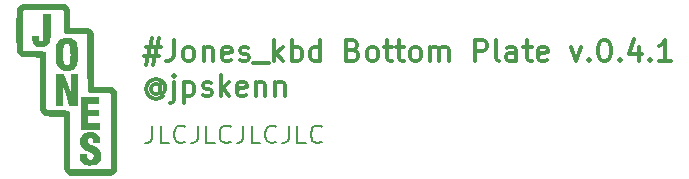
<source format=gto>
%TF.GenerationSoftware,KiCad,Pcbnew,(5.1.10-1-10_14)*%
%TF.CreationDate,2021-07-02T05:57:47+09:00*%
%TF.ProjectId,Jones_plate_bottom,4a6f6e65-735f-4706-9c61-74655f626f74,rev?*%
%TF.SameCoordinates,Original*%
%TF.FileFunction,Legend,Top*%
%TF.FilePolarity,Positive*%
%FSLAX46Y46*%
G04 Gerber Fmt 4.6, Leading zero omitted, Abs format (unit mm)*
G04 Created by KiCad (PCBNEW (5.1.10-1-10_14)) date 2021-07-02 05:57:47*
%MOMM*%
%LPD*%
G01*
G04 APERTURE LIST*
%ADD10C,0.200000*%
%ADD11C,0.300000*%
%ADD12C,0.010000*%
G04 APERTURE END LIST*
D10*
X60571428Y-68778571D02*
X60571428Y-69850000D01*
X60500000Y-70064285D01*
X60357142Y-70207142D01*
X60142857Y-70278571D01*
X60000000Y-70278571D01*
X62000000Y-70278571D02*
X61285714Y-70278571D01*
X61285714Y-68778571D01*
X63357142Y-70135714D02*
X63285714Y-70207142D01*
X63071428Y-70278571D01*
X62928571Y-70278571D01*
X62714285Y-70207142D01*
X62571428Y-70064285D01*
X62500000Y-69921428D01*
X62428571Y-69635714D01*
X62428571Y-69421428D01*
X62500000Y-69135714D01*
X62571428Y-68992857D01*
X62714285Y-68850000D01*
X62928571Y-68778571D01*
X63071428Y-68778571D01*
X63285714Y-68850000D01*
X63357142Y-68921428D01*
X64428571Y-68778571D02*
X64428571Y-69850000D01*
X64357142Y-70064285D01*
X64214285Y-70207142D01*
X64000000Y-70278571D01*
X63857142Y-70278571D01*
X65857142Y-70278571D02*
X65142857Y-70278571D01*
X65142857Y-68778571D01*
X67214285Y-70135714D02*
X67142857Y-70207142D01*
X66928571Y-70278571D01*
X66785714Y-70278571D01*
X66571428Y-70207142D01*
X66428571Y-70064285D01*
X66357142Y-69921428D01*
X66285714Y-69635714D01*
X66285714Y-69421428D01*
X66357142Y-69135714D01*
X66428571Y-68992857D01*
X66571428Y-68850000D01*
X66785714Y-68778571D01*
X66928571Y-68778571D01*
X67142857Y-68850000D01*
X67214285Y-68921428D01*
X68285714Y-68778571D02*
X68285714Y-69850000D01*
X68214285Y-70064285D01*
X68071428Y-70207142D01*
X67857142Y-70278571D01*
X67714285Y-70278571D01*
X69714285Y-70278571D02*
X69000000Y-70278571D01*
X69000000Y-68778571D01*
X71071428Y-70135714D02*
X71000000Y-70207142D01*
X70785714Y-70278571D01*
X70642857Y-70278571D01*
X70428571Y-70207142D01*
X70285714Y-70064285D01*
X70214285Y-69921428D01*
X70142857Y-69635714D01*
X70142857Y-69421428D01*
X70214285Y-69135714D01*
X70285714Y-68992857D01*
X70428571Y-68850000D01*
X70642857Y-68778571D01*
X70785714Y-68778571D01*
X71000000Y-68850000D01*
X71071428Y-68921428D01*
X72142857Y-68778571D02*
X72142857Y-69850000D01*
X72071428Y-70064285D01*
X71928571Y-70207142D01*
X71714285Y-70278571D01*
X71571428Y-70278571D01*
X73571428Y-70278571D02*
X72857142Y-70278571D01*
X72857142Y-68778571D01*
X74928571Y-70135714D02*
X74857142Y-70207142D01*
X74642857Y-70278571D01*
X74500000Y-70278571D01*
X74285714Y-70207142D01*
X74142857Y-70064285D01*
X74071428Y-69921428D01*
X74000000Y-69635714D01*
X74000000Y-69421428D01*
X74071428Y-69135714D01*
X74142857Y-68992857D01*
X74285714Y-68850000D01*
X74500000Y-68778571D01*
X74642857Y-68778571D01*
X74857142Y-68850000D01*
X74928571Y-68921428D01*
D11*
X60037857Y-62114285D02*
X61323571Y-62114285D01*
X60552142Y-61342857D02*
X60037857Y-63657142D01*
X61152142Y-62885714D02*
X59866428Y-62885714D01*
X60637857Y-63657142D02*
X61152142Y-61342857D01*
X62437857Y-61514285D02*
X62437857Y-62800000D01*
X62352142Y-63057142D01*
X62180714Y-63228571D01*
X61923571Y-63314285D01*
X61752142Y-63314285D01*
X63552142Y-63314285D02*
X63380714Y-63228571D01*
X63295000Y-63142857D01*
X63209285Y-62971428D01*
X63209285Y-62457142D01*
X63295000Y-62285714D01*
X63380714Y-62200000D01*
X63552142Y-62114285D01*
X63809285Y-62114285D01*
X63980714Y-62200000D01*
X64066428Y-62285714D01*
X64152142Y-62457142D01*
X64152142Y-62971428D01*
X64066428Y-63142857D01*
X63980714Y-63228571D01*
X63809285Y-63314285D01*
X63552142Y-63314285D01*
X64923571Y-62114285D02*
X64923571Y-63314285D01*
X64923571Y-62285714D02*
X65009285Y-62200000D01*
X65180714Y-62114285D01*
X65437857Y-62114285D01*
X65609285Y-62200000D01*
X65695000Y-62371428D01*
X65695000Y-63314285D01*
X67237857Y-63228571D02*
X67066428Y-63314285D01*
X66723571Y-63314285D01*
X66552142Y-63228571D01*
X66466428Y-63057142D01*
X66466428Y-62371428D01*
X66552142Y-62200000D01*
X66723571Y-62114285D01*
X67066428Y-62114285D01*
X67237857Y-62200000D01*
X67323571Y-62371428D01*
X67323571Y-62542857D01*
X66466428Y-62714285D01*
X68009285Y-63228571D02*
X68180714Y-63314285D01*
X68523571Y-63314285D01*
X68695000Y-63228571D01*
X68780714Y-63057142D01*
X68780714Y-62971428D01*
X68695000Y-62800000D01*
X68523571Y-62714285D01*
X68266428Y-62714285D01*
X68095000Y-62628571D01*
X68009285Y-62457142D01*
X68009285Y-62371428D01*
X68095000Y-62200000D01*
X68266428Y-62114285D01*
X68523571Y-62114285D01*
X68695000Y-62200000D01*
X69123571Y-63485714D02*
X70495000Y-63485714D01*
X70923571Y-63314285D02*
X70923571Y-61514285D01*
X71095000Y-62628571D02*
X71609285Y-63314285D01*
X71609285Y-62114285D02*
X70923571Y-62800000D01*
X72380714Y-63314285D02*
X72380714Y-61514285D01*
X72380714Y-62200000D02*
X72552142Y-62114285D01*
X72895000Y-62114285D01*
X73066428Y-62200000D01*
X73152142Y-62285714D01*
X73237857Y-62457142D01*
X73237857Y-62971428D01*
X73152142Y-63142857D01*
X73066428Y-63228571D01*
X72895000Y-63314285D01*
X72552142Y-63314285D01*
X72380714Y-63228571D01*
X74780714Y-63314285D02*
X74780714Y-61514285D01*
X74780714Y-63228571D02*
X74609285Y-63314285D01*
X74266428Y-63314285D01*
X74095000Y-63228571D01*
X74009285Y-63142857D01*
X73923571Y-62971428D01*
X73923571Y-62457142D01*
X74009285Y-62285714D01*
X74095000Y-62200000D01*
X74266428Y-62114285D01*
X74609285Y-62114285D01*
X74780714Y-62200000D01*
X77609285Y-62371428D02*
X77866428Y-62457142D01*
X77952142Y-62542857D01*
X78037857Y-62714285D01*
X78037857Y-62971428D01*
X77952142Y-63142857D01*
X77866428Y-63228571D01*
X77695000Y-63314285D01*
X77009285Y-63314285D01*
X77009285Y-61514285D01*
X77609285Y-61514285D01*
X77780714Y-61600000D01*
X77866428Y-61685714D01*
X77952142Y-61857142D01*
X77952142Y-62028571D01*
X77866428Y-62200000D01*
X77780714Y-62285714D01*
X77609285Y-62371428D01*
X77009285Y-62371428D01*
X79066428Y-63314285D02*
X78895000Y-63228571D01*
X78809285Y-63142857D01*
X78723571Y-62971428D01*
X78723571Y-62457142D01*
X78809285Y-62285714D01*
X78895000Y-62200000D01*
X79066428Y-62114285D01*
X79323571Y-62114285D01*
X79495000Y-62200000D01*
X79580714Y-62285714D01*
X79666428Y-62457142D01*
X79666428Y-62971428D01*
X79580714Y-63142857D01*
X79495000Y-63228571D01*
X79323571Y-63314285D01*
X79066428Y-63314285D01*
X80180714Y-62114285D02*
X80866428Y-62114285D01*
X80437857Y-61514285D02*
X80437857Y-63057142D01*
X80523571Y-63228571D01*
X80695000Y-63314285D01*
X80866428Y-63314285D01*
X81209285Y-62114285D02*
X81895000Y-62114285D01*
X81466428Y-61514285D02*
X81466428Y-63057142D01*
X81552142Y-63228571D01*
X81723571Y-63314285D01*
X81895000Y-63314285D01*
X82752142Y-63314285D02*
X82580714Y-63228571D01*
X82495000Y-63142857D01*
X82409285Y-62971428D01*
X82409285Y-62457142D01*
X82495000Y-62285714D01*
X82580714Y-62200000D01*
X82752142Y-62114285D01*
X83009285Y-62114285D01*
X83180714Y-62200000D01*
X83266428Y-62285714D01*
X83352142Y-62457142D01*
X83352142Y-62971428D01*
X83266428Y-63142857D01*
X83180714Y-63228571D01*
X83009285Y-63314285D01*
X82752142Y-63314285D01*
X84123571Y-63314285D02*
X84123571Y-62114285D01*
X84123571Y-62285714D02*
X84209285Y-62200000D01*
X84380714Y-62114285D01*
X84637857Y-62114285D01*
X84809285Y-62200000D01*
X84895000Y-62371428D01*
X84895000Y-63314285D01*
X84895000Y-62371428D02*
X84980714Y-62200000D01*
X85152142Y-62114285D01*
X85409285Y-62114285D01*
X85580714Y-62200000D01*
X85666428Y-62371428D01*
X85666428Y-63314285D01*
X87895000Y-63314285D02*
X87895000Y-61514285D01*
X88580714Y-61514285D01*
X88752142Y-61600000D01*
X88837857Y-61685714D01*
X88923571Y-61857142D01*
X88923571Y-62114285D01*
X88837857Y-62285714D01*
X88752142Y-62371428D01*
X88580714Y-62457142D01*
X87895000Y-62457142D01*
X89952142Y-63314285D02*
X89780714Y-63228571D01*
X89695000Y-63057142D01*
X89695000Y-61514285D01*
X91409285Y-63314285D02*
X91409285Y-62371428D01*
X91323571Y-62200000D01*
X91152142Y-62114285D01*
X90809285Y-62114285D01*
X90637857Y-62200000D01*
X91409285Y-63228571D02*
X91237857Y-63314285D01*
X90809285Y-63314285D01*
X90637857Y-63228571D01*
X90552142Y-63057142D01*
X90552142Y-62885714D01*
X90637857Y-62714285D01*
X90809285Y-62628571D01*
X91237857Y-62628571D01*
X91409285Y-62542857D01*
X92009285Y-62114285D02*
X92695000Y-62114285D01*
X92266428Y-61514285D02*
X92266428Y-63057142D01*
X92352142Y-63228571D01*
X92523571Y-63314285D01*
X92695000Y-63314285D01*
X93980714Y-63228571D02*
X93809285Y-63314285D01*
X93466428Y-63314285D01*
X93295000Y-63228571D01*
X93209285Y-63057142D01*
X93209285Y-62371428D01*
X93295000Y-62200000D01*
X93466428Y-62114285D01*
X93809285Y-62114285D01*
X93980714Y-62200000D01*
X94066428Y-62371428D01*
X94066428Y-62542857D01*
X93209285Y-62714285D01*
X96037857Y-62114285D02*
X96466428Y-63314285D01*
X96895000Y-62114285D01*
X97580714Y-63142857D02*
X97666428Y-63228571D01*
X97580714Y-63314285D01*
X97495000Y-63228571D01*
X97580714Y-63142857D01*
X97580714Y-63314285D01*
X98780714Y-61514285D02*
X98952142Y-61514285D01*
X99123571Y-61600000D01*
X99209285Y-61685714D01*
X99295000Y-61857142D01*
X99380714Y-62200000D01*
X99380714Y-62628571D01*
X99295000Y-62971428D01*
X99209285Y-63142857D01*
X99123571Y-63228571D01*
X98952142Y-63314285D01*
X98780714Y-63314285D01*
X98609285Y-63228571D01*
X98523571Y-63142857D01*
X98437857Y-62971428D01*
X98352142Y-62628571D01*
X98352142Y-62200000D01*
X98437857Y-61857142D01*
X98523571Y-61685714D01*
X98609285Y-61600000D01*
X98780714Y-61514285D01*
X100152142Y-63142857D02*
X100237857Y-63228571D01*
X100152142Y-63314285D01*
X100066428Y-63228571D01*
X100152142Y-63142857D01*
X100152142Y-63314285D01*
X101780714Y-62114285D02*
X101780714Y-63314285D01*
X101352142Y-61428571D02*
X100923571Y-62714285D01*
X102037857Y-62714285D01*
X102723571Y-63142857D02*
X102809285Y-63228571D01*
X102723571Y-63314285D01*
X102637857Y-63228571D01*
X102723571Y-63142857D01*
X102723571Y-63314285D01*
X104523571Y-63314285D02*
X103495000Y-63314285D01*
X104009285Y-63314285D02*
X104009285Y-61514285D01*
X103837857Y-61771428D01*
X103666428Y-61942857D01*
X103495000Y-62028571D01*
X61237857Y-65457142D02*
X61152142Y-65371428D01*
X60980714Y-65285714D01*
X60809285Y-65285714D01*
X60637857Y-65371428D01*
X60552142Y-65457142D01*
X60466428Y-65628571D01*
X60466428Y-65800000D01*
X60552142Y-65971428D01*
X60637857Y-66057142D01*
X60809285Y-66142857D01*
X60980714Y-66142857D01*
X61152142Y-66057142D01*
X61237857Y-65971428D01*
X61237857Y-65285714D02*
X61237857Y-65971428D01*
X61323571Y-66057142D01*
X61409285Y-66057142D01*
X61580714Y-65971428D01*
X61666428Y-65800000D01*
X61666428Y-65371428D01*
X61495000Y-65114285D01*
X61237857Y-64942857D01*
X60895000Y-64857142D01*
X60552142Y-64942857D01*
X60295000Y-65114285D01*
X60123571Y-65371428D01*
X60037857Y-65714285D01*
X60123571Y-66057142D01*
X60295000Y-66314285D01*
X60552142Y-66485714D01*
X60895000Y-66571428D01*
X61237857Y-66485714D01*
X61495000Y-66314285D01*
X62437857Y-65114285D02*
X62437857Y-66657142D01*
X62352142Y-66828571D01*
X62180714Y-66914285D01*
X62095000Y-66914285D01*
X62437857Y-64514285D02*
X62352142Y-64600000D01*
X62437857Y-64685714D01*
X62523571Y-64600000D01*
X62437857Y-64514285D01*
X62437857Y-64685714D01*
X63295000Y-65114285D02*
X63295000Y-66914285D01*
X63295000Y-65200000D02*
X63466428Y-65114285D01*
X63809285Y-65114285D01*
X63980714Y-65200000D01*
X64066428Y-65285714D01*
X64152142Y-65457142D01*
X64152142Y-65971428D01*
X64066428Y-66142857D01*
X63980714Y-66228571D01*
X63809285Y-66314285D01*
X63466428Y-66314285D01*
X63295000Y-66228571D01*
X64837857Y-66228571D02*
X65009285Y-66314285D01*
X65352142Y-66314285D01*
X65523571Y-66228571D01*
X65609285Y-66057142D01*
X65609285Y-65971428D01*
X65523571Y-65800000D01*
X65352142Y-65714285D01*
X65095000Y-65714285D01*
X64923571Y-65628571D01*
X64837857Y-65457142D01*
X64837857Y-65371428D01*
X64923571Y-65200000D01*
X65095000Y-65114285D01*
X65352142Y-65114285D01*
X65523571Y-65200000D01*
X66380714Y-66314285D02*
X66380714Y-64514285D01*
X66552142Y-65628571D02*
X67066428Y-66314285D01*
X67066428Y-65114285D02*
X66380714Y-65800000D01*
X68523571Y-66228571D02*
X68352142Y-66314285D01*
X68009285Y-66314285D01*
X67837857Y-66228571D01*
X67752142Y-66057142D01*
X67752142Y-65371428D01*
X67837857Y-65200000D01*
X68009285Y-65114285D01*
X68352142Y-65114285D01*
X68523571Y-65200000D01*
X68609285Y-65371428D01*
X68609285Y-65542857D01*
X67752142Y-65714285D01*
X69380714Y-65114285D02*
X69380714Y-66314285D01*
X69380714Y-65285714D02*
X69466428Y-65200000D01*
X69637857Y-65114285D01*
X69895000Y-65114285D01*
X70066428Y-65200000D01*
X70152142Y-65371428D01*
X70152142Y-66314285D01*
X71009285Y-65114285D02*
X71009285Y-66314285D01*
X71009285Y-65285714D02*
X71095000Y-65200000D01*
X71266428Y-65114285D01*
X71523571Y-65114285D01*
X71695000Y-65200000D01*
X71780714Y-65371428D01*
X71780714Y-66314285D01*
D12*
%TO.C,G\u002A\u002A\u002A*%
G36*
X50810571Y-58486847D02*
G01*
X51062215Y-58487403D01*
X51345455Y-58488198D01*
X51378067Y-58488295D01*
X53037533Y-58493267D01*
X53134844Y-58532562D01*
X53255167Y-58598775D01*
X53358682Y-58690898D01*
X53441053Y-58803355D01*
X53497942Y-58930570D01*
X53520795Y-59028890D01*
X53524275Y-59069824D01*
X53527501Y-59140220D01*
X53530385Y-59235671D01*
X53532836Y-59351774D01*
X53534765Y-59484124D01*
X53536082Y-59628314D01*
X53536696Y-59779942D01*
X53536726Y-59809834D01*
X53537067Y-60482934D01*
X54210167Y-60483274D01*
X54362726Y-60483742D01*
X54508704Y-60484929D01*
X54643694Y-60486746D01*
X54763292Y-60489103D01*
X54863092Y-60491910D01*
X54938691Y-60495078D01*
X54985682Y-60498515D01*
X54991110Y-60499205D01*
X55125539Y-60534903D01*
X55249254Y-60599227D01*
X55356679Y-60687840D01*
X55442238Y-60796406D01*
X55487438Y-60885157D01*
X55526733Y-60982467D01*
X55531326Y-63238182D01*
X55535918Y-65493897D01*
X56301793Y-65498782D01*
X56482816Y-65499973D01*
X56633203Y-65501136D01*
X56756184Y-65502436D01*
X56854990Y-65504039D01*
X56932850Y-65506108D01*
X56992995Y-65508809D01*
X57038654Y-65512307D01*
X57073058Y-65516765D01*
X57099437Y-65522349D01*
X57121022Y-65529224D01*
X57141041Y-65537554D01*
X57150985Y-65542091D01*
X57271828Y-65613852D01*
X57374231Y-65706987D01*
X57428955Y-65778737D01*
X57441416Y-65797447D01*
X57452855Y-65814067D01*
X57463312Y-65830051D01*
X57472830Y-65846849D01*
X57481451Y-65865913D01*
X57489216Y-65888694D01*
X57496167Y-65916646D01*
X57502345Y-65951218D01*
X57507794Y-65993863D01*
X57512554Y-66046033D01*
X57516667Y-66109179D01*
X57520176Y-66184753D01*
X57523121Y-66274207D01*
X57525545Y-66378992D01*
X57527490Y-66500560D01*
X57528996Y-66640362D01*
X57530107Y-66799851D01*
X57530864Y-66980478D01*
X57531308Y-67183695D01*
X57531482Y-67410953D01*
X57531427Y-67663704D01*
X57531185Y-67943400D01*
X57530798Y-68251492D01*
X57530308Y-68589432D01*
X57529756Y-68958672D01*
X57529317Y-69264484D01*
X57524867Y-72463987D01*
X57469425Y-72576601D01*
X57398000Y-72689309D01*
X57304333Y-72788397D01*
X57196678Y-72866020D01*
X57131110Y-72898105D01*
X57033800Y-72937400D01*
X55365867Y-72939955D01*
X55129317Y-72940177D01*
X54901166Y-72940121D01*
X54683846Y-72939802D01*
X54479790Y-72939236D01*
X54291431Y-72938437D01*
X54121201Y-72937422D01*
X53971532Y-72936207D01*
X53844857Y-72934806D01*
X53743607Y-72933236D01*
X53670217Y-72931513D01*
X53627117Y-72929650D01*
X53618016Y-72928732D01*
X53484281Y-72889492D01*
X53361665Y-72822119D01*
X53256163Y-72731124D01*
X53173764Y-72621018D01*
X53150482Y-72576661D01*
X53105267Y-72480200D01*
X53096437Y-67933600D01*
X52363092Y-67933600D01*
X52172811Y-67933477D01*
X52013035Y-67932859D01*
X51880403Y-67931373D01*
X51771556Y-67928646D01*
X51683131Y-67924305D01*
X51611768Y-67917976D01*
X51554106Y-67909287D01*
X51506784Y-67897864D01*
X51466441Y-67883334D01*
X51429716Y-67865325D01*
X51393248Y-67843463D01*
X51361134Y-67822369D01*
X51266751Y-67745460D01*
X51192618Y-67651896D01*
X51133521Y-67536737D01*
X51090200Y-67434067D01*
X51080898Y-62940477D01*
X50332016Y-62934789D01*
X50153040Y-62933387D01*
X50004600Y-62932030D01*
X49883365Y-62930545D01*
X49786004Y-62928757D01*
X49709186Y-62926491D01*
X49649582Y-62923572D01*
X49603860Y-62919825D01*
X49568690Y-62915076D01*
X49540742Y-62909151D01*
X49516684Y-62901873D01*
X49493187Y-62893070D01*
X49486586Y-62890440D01*
X49389658Y-62838423D01*
X49294654Y-62764415D01*
X49213474Y-62678650D01*
X49173672Y-62621303D01*
X49159280Y-62596561D01*
X49146520Y-62572952D01*
X49135292Y-62548389D01*
X49125499Y-62520784D01*
X49117041Y-62488049D01*
X49109820Y-62448098D01*
X49103738Y-62398841D01*
X49098697Y-62338193D01*
X49094598Y-62264065D01*
X49091342Y-62174370D01*
X49088831Y-62067020D01*
X49086967Y-61939928D01*
X49085652Y-61791006D01*
X49084786Y-61618166D01*
X49084271Y-61419322D01*
X49084010Y-61192385D01*
X49083903Y-60935268D01*
X49083865Y-60716600D01*
X49083843Y-60435576D01*
X49083875Y-60344384D01*
X49523841Y-60344384D01*
X49523888Y-60610298D01*
X49523893Y-60707844D01*
X49523875Y-60984101D01*
X49523905Y-61228515D01*
X49524093Y-61443109D01*
X49524547Y-61629907D01*
X49525380Y-61790932D01*
X49526699Y-61928207D01*
X49528616Y-62043757D01*
X49531241Y-62139604D01*
X49534683Y-62217772D01*
X49539052Y-62280285D01*
X49544458Y-62329165D01*
X49551012Y-62366437D01*
X49558823Y-62394123D01*
X49568001Y-62414248D01*
X49578656Y-62428834D01*
X49590898Y-62439905D01*
X49604838Y-62449485D01*
X49619046Y-62458583D01*
X49631584Y-62465554D01*
X49648096Y-62471460D01*
X49671459Y-62476426D01*
X49704547Y-62480575D01*
X49750238Y-62484031D01*
X49811405Y-62486920D01*
X49890925Y-62489366D01*
X49991673Y-62491493D01*
X50116525Y-62493425D01*
X50268357Y-62495286D01*
X50450043Y-62497202D01*
X50530627Y-62498000D01*
X50736948Y-62500224D01*
X50911618Y-62502578D01*
X51056851Y-62505137D01*
X51174864Y-62507974D01*
X51267872Y-62511163D01*
X51338090Y-62514779D01*
X51387733Y-62518896D01*
X51419016Y-62523586D01*
X51432925Y-62528135D01*
X51445310Y-62534674D01*
X51456493Y-62540544D01*
X51466536Y-62547419D01*
X51475500Y-62556973D01*
X51483445Y-62570879D01*
X51490434Y-62590810D01*
X51496527Y-62618442D01*
X51501786Y-62655447D01*
X51506272Y-62703499D01*
X51510046Y-62764272D01*
X51513169Y-62839440D01*
X51515703Y-62930676D01*
X51517710Y-63039654D01*
X51519249Y-63168048D01*
X51520382Y-63317531D01*
X51521172Y-63489778D01*
X51521678Y-63686461D01*
X51521962Y-63909255D01*
X51522085Y-64159834D01*
X51522109Y-64439870D01*
X51522095Y-64751039D01*
X51522095Y-64965193D01*
X51522234Y-65321132D01*
X51522618Y-65650595D01*
X51523242Y-65952911D01*
X51524102Y-66227410D01*
X51525193Y-66473426D01*
X51526510Y-66690287D01*
X51528047Y-66877325D01*
X51529802Y-67033871D01*
X51531768Y-67159255D01*
X51533941Y-67252810D01*
X51536316Y-67313864D01*
X51538889Y-67341751D01*
X51539002Y-67342191D01*
X51563169Y-67396082D01*
X51598318Y-67442645D01*
X51599520Y-67443791D01*
X51643224Y-67484867D01*
X52518179Y-67493334D01*
X52717596Y-67495246D01*
X52885964Y-67497014D01*
X53026096Y-67498950D01*
X53140807Y-67501366D01*
X53232910Y-67504575D01*
X53305220Y-67508889D01*
X53360551Y-67514620D01*
X53401716Y-67522082D01*
X53431530Y-67531586D01*
X53452806Y-67543445D01*
X53468360Y-67557971D01*
X53481004Y-67575477D01*
X53493553Y-67596275D01*
X53496994Y-67602008D01*
X53501413Y-67610310D01*
X53505411Y-67621026D01*
X53509018Y-67635843D01*
X53512262Y-67656451D01*
X53515170Y-67684538D01*
X53517770Y-67721791D01*
X53520090Y-67769901D01*
X53522159Y-67830554D01*
X53524004Y-67905439D01*
X53525653Y-67996246D01*
X53527135Y-68104661D01*
X53528477Y-68232374D01*
X53529706Y-68381072D01*
X53530852Y-68552445D01*
X53531943Y-68748180D01*
X53533005Y-68969967D01*
X53534067Y-69219492D01*
X53535158Y-69498446D01*
X53536304Y-69808515D01*
X53537067Y-70020252D01*
X53545534Y-72386304D01*
X53589951Y-72430718D01*
X53637076Y-72465514D01*
X53689754Y-72488395D01*
X53691551Y-72488842D01*
X53716463Y-72490789D01*
X53772798Y-72492597D01*
X53858110Y-72494249D01*
X53969955Y-72495731D01*
X54105889Y-72497024D01*
X54263467Y-72498113D01*
X54440244Y-72498982D01*
X54633777Y-72499615D01*
X54841621Y-72499995D01*
X55061331Y-72500107D01*
X55290462Y-72499933D01*
X55348934Y-72499843D01*
X55627440Y-72499291D01*
X55873893Y-72498617D01*
X56090103Y-72497792D01*
X56277883Y-72496789D01*
X56439045Y-72495581D01*
X56575401Y-72494139D01*
X56688763Y-72492437D01*
X56780944Y-72490447D01*
X56853755Y-72488141D01*
X56909008Y-72485491D01*
X56948516Y-72482471D01*
X56974091Y-72479052D01*
X56987544Y-72475206D01*
X56988140Y-72474886D01*
X57023706Y-72445055D01*
X57057688Y-72402449D01*
X57060043Y-72398686D01*
X57064065Y-72391508D01*
X57067746Y-72382767D01*
X57071099Y-72370999D01*
X57074142Y-72354738D01*
X57076888Y-72332520D01*
X57079353Y-72302879D01*
X57081553Y-72264352D01*
X57083501Y-72215472D01*
X57085215Y-72154776D01*
X57086708Y-72080799D01*
X57087996Y-71992074D01*
X57089095Y-71887139D01*
X57090019Y-71764527D01*
X57090784Y-71622774D01*
X57091404Y-71460415D01*
X57091896Y-71275985D01*
X57092273Y-71068020D01*
X57092553Y-70835053D01*
X57092749Y-70575622D01*
X57092876Y-70288260D01*
X57092951Y-69971502D01*
X57092988Y-69623885D01*
X57093003Y-69243943D01*
X57093004Y-69223093D01*
X57092991Y-68838599D01*
X57092929Y-68486533D01*
X57092806Y-68165457D01*
X57092609Y-67873931D01*
X57092327Y-67610517D01*
X57091948Y-67373776D01*
X57091459Y-67162269D01*
X57090848Y-66974559D01*
X57090103Y-66809206D01*
X57089212Y-66664771D01*
X57088164Y-66539815D01*
X57086946Y-66432901D01*
X57085546Y-66342590D01*
X57083951Y-66267442D01*
X57082151Y-66206018D01*
X57080132Y-66156882D01*
X57077883Y-66118593D01*
X57075392Y-66089712D01*
X57072647Y-66068802D01*
X57069635Y-66054424D01*
X57066358Y-66045168D01*
X57054744Y-66021414D01*
X57042438Y-66001363D01*
X57026647Y-65984701D01*
X57004578Y-65971115D01*
X56973437Y-65960291D01*
X56930431Y-65951915D01*
X56872765Y-65945673D01*
X56797647Y-65941251D01*
X56702282Y-65938336D01*
X56583877Y-65936614D01*
X56439639Y-65935771D01*
X56266774Y-65935493D01*
X56089712Y-65935467D01*
X55252342Y-65935467D01*
X55195051Y-65896859D01*
X55152143Y-65861108D01*
X55120159Y-65822719D01*
X55116596Y-65816425D01*
X55113484Y-65803601D01*
X55110661Y-65777078D01*
X55108115Y-65735444D01*
X55105832Y-65677286D01*
X55103799Y-65601190D01*
X55102003Y-65505744D01*
X55100430Y-65389535D01*
X55099067Y-65251148D01*
X55097900Y-65089172D01*
X55096917Y-64902193D01*
X55096103Y-64688798D01*
X55095446Y-64447574D01*
X55094933Y-64177108D01*
X55094549Y-63875987D01*
X55094282Y-63542797D01*
X55094227Y-63446267D01*
X55093973Y-63097201D01*
X55093583Y-62780736D01*
X55093045Y-62495607D01*
X55092347Y-62240548D01*
X55091478Y-62014293D01*
X55090428Y-61815577D01*
X55089184Y-61643134D01*
X55087736Y-61495700D01*
X55086071Y-61372008D01*
X55084179Y-61270793D01*
X55082048Y-61190790D01*
X55079666Y-61130733D01*
X55077024Y-61089356D01*
X55074108Y-61065395D01*
X55072811Y-61060253D01*
X55044700Y-61009375D01*
X55005243Y-60967437D01*
X55004818Y-60967120D01*
X54993357Y-60959246D01*
X54980060Y-60952597D01*
X54962062Y-60947036D01*
X54936499Y-60942427D01*
X54900506Y-60938636D01*
X54851220Y-60935525D01*
X54785775Y-60932960D01*
X54701307Y-60930805D01*
X54594951Y-60928924D01*
X54463843Y-60927180D01*
X54305119Y-60925440D01*
X54115914Y-60923565D01*
X54078081Y-60923200D01*
X53199128Y-60914734D01*
X53105267Y-60820873D01*
X53096800Y-59944161D01*
X53094843Y-59748424D01*
X53092990Y-59583701D01*
X53091118Y-59447136D01*
X53089106Y-59335878D01*
X53086833Y-59247072D01*
X53084176Y-59177866D01*
X53081014Y-59125407D01*
X53077225Y-59086840D01*
X53072687Y-59059313D01*
X53067279Y-59039972D01*
X53060879Y-59025965D01*
X53057383Y-59020243D01*
X53047405Y-59004669D01*
X53037772Y-58990892D01*
X53026460Y-58978802D01*
X53011445Y-58968288D01*
X52990704Y-58959242D01*
X52962214Y-58951552D01*
X52923950Y-58945110D01*
X52873891Y-58939804D01*
X52810012Y-58935526D01*
X52730289Y-58932165D01*
X52632700Y-58929610D01*
X52515221Y-58927753D01*
X52375828Y-58926484D01*
X52212498Y-58925691D01*
X52023208Y-58925266D01*
X51805933Y-58925098D01*
X51558652Y-58925077D01*
X51306644Y-58925093D01*
X51036478Y-58925129D01*
X50798106Y-58925251D01*
X50589455Y-58925497D01*
X50408453Y-58925903D01*
X50253027Y-58926506D01*
X50121104Y-58927344D01*
X50010612Y-58928453D01*
X49919478Y-58929870D01*
X49845630Y-58931631D01*
X49786994Y-58933775D01*
X49741498Y-58936337D01*
X49707069Y-58939355D01*
X49681636Y-58942865D01*
X49663124Y-58946905D01*
X49649462Y-58951512D01*
X49642400Y-58954726D01*
X49623029Y-58963831D01*
X49605886Y-58971972D01*
X49590837Y-58981157D01*
X49577744Y-58993396D01*
X49566472Y-59010697D01*
X49556886Y-59035070D01*
X49548850Y-59068522D01*
X49542227Y-59113064D01*
X49536883Y-59170703D01*
X49532680Y-59243448D01*
X49529484Y-59333309D01*
X49527159Y-59442293D01*
X49525569Y-59572411D01*
X49524578Y-59725670D01*
X49524050Y-59904079D01*
X49523850Y-60109648D01*
X49523841Y-60344384D01*
X49083875Y-60344384D01*
X49083931Y-60186318D01*
X49084212Y-59966728D01*
X49084773Y-59774705D01*
X49085696Y-59608150D01*
X49087068Y-59464963D01*
X49088972Y-59343044D01*
X49091494Y-59240293D01*
X49094717Y-59154612D01*
X49098727Y-59083899D01*
X49103609Y-59026056D01*
X49109447Y-58978982D01*
X49116325Y-58940578D01*
X49124328Y-58908744D01*
X49133542Y-58881380D01*
X49144050Y-58856387D01*
X49155938Y-58831665D01*
X49160216Y-58823131D01*
X49206498Y-58752926D01*
X49273060Y-58678818D01*
X49349421Y-58611061D01*
X49425095Y-58559910D01*
X49434296Y-58555036D01*
X49457847Y-58543564D01*
X49482263Y-58533386D01*
X49509593Y-58524432D01*
X49541886Y-58516632D01*
X49581190Y-58509915D01*
X49629554Y-58504211D01*
X49689026Y-58499449D01*
X49761657Y-58495560D01*
X49849493Y-58492472D01*
X49954585Y-58490116D01*
X50078980Y-58488422D01*
X50224727Y-58487318D01*
X50393876Y-58486734D01*
X50588474Y-58486601D01*
X50810571Y-58486847D01*
G37*
X50810571Y-58486847D02*
X51062215Y-58487403D01*
X51345455Y-58488198D01*
X51378067Y-58488295D01*
X53037533Y-58493267D01*
X53134844Y-58532562D01*
X53255167Y-58598775D01*
X53358682Y-58690898D01*
X53441053Y-58803355D01*
X53497942Y-58930570D01*
X53520795Y-59028890D01*
X53524275Y-59069824D01*
X53527501Y-59140220D01*
X53530385Y-59235671D01*
X53532836Y-59351774D01*
X53534765Y-59484124D01*
X53536082Y-59628314D01*
X53536696Y-59779942D01*
X53536726Y-59809834D01*
X53537067Y-60482934D01*
X54210167Y-60483274D01*
X54362726Y-60483742D01*
X54508704Y-60484929D01*
X54643694Y-60486746D01*
X54763292Y-60489103D01*
X54863092Y-60491910D01*
X54938691Y-60495078D01*
X54985682Y-60498515D01*
X54991110Y-60499205D01*
X55125539Y-60534903D01*
X55249254Y-60599227D01*
X55356679Y-60687840D01*
X55442238Y-60796406D01*
X55487438Y-60885157D01*
X55526733Y-60982467D01*
X55531326Y-63238182D01*
X55535918Y-65493897D01*
X56301793Y-65498782D01*
X56482816Y-65499973D01*
X56633203Y-65501136D01*
X56756184Y-65502436D01*
X56854990Y-65504039D01*
X56932850Y-65506108D01*
X56992995Y-65508809D01*
X57038654Y-65512307D01*
X57073058Y-65516765D01*
X57099437Y-65522349D01*
X57121022Y-65529224D01*
X57141041Y-65537554D01*
X57150985Y-65542091D01*
X57271828Y-65613852D01*
X57374231Y-65706987D01*
X57428955Y-65778737D01*
X57441416Y-65797447D01*
X57452855Y-65814067D01*
X57463312Y-65830051D01*
X57472830Y-65846849D01*
X57481451Y-65865913D01*
X57489216Y-65888694D01*
X57496167Y-65916646D01*
X57502345Y-65951218D01*
X57507794Y-65993863D01*
X57512554Y-66046033D01*
X57516667Y-66109179D01*
X57520176Y-66184753D01*
X57523121Y-66274207D01*
X57525545Y-66378992D01*
X57527490Y-66500560D01*
X57528996Y-66640362D01*
X57530107Y-66799851D01*
X57530864Y-66980478D01*
X57531308Y-67183695D01*
X57531482Y-67410953D01*
X57531427Y-67663704D01*
X57531185Y-67943400D01*
X57530798Y-68251492D01*
X57530308Y-68589432D01*
X57529756Y-68958672D01*
X57529317Y-69264484D01*
X57524867Y-72463987D01*
X57469425Y-72576601D01*
X57398000Y-72689309D01*
X57304333Y-72788397D01*
X57196678Y-72866020D01*
X57131110Y-72898105D01*
X57033800Y-72937400D01*
X55365867Y-72939955D01*
X55129317Y-72940177D01*
X54901166Y-72940121D01*
X54683846Y-72939802D01*
X54479790Y-72939236D01*
X54291431Y-72938437D01*
X54121201Y-72937422D01*
X53971532Y-72936207D01*
X53844857Y-72934806D01*
X53743607Y-72933236D01*
X53670217Y-72931513D01*
X53627117Y-72929650D01*
X53618016Y-72928732D01*
X53484281Y-72889492D01*
X53361665Y-72822119D01*
X53256163Y-72731124D01*
X53173764Y-72621018D01*
X53150482Y-72576661D01*
X53105267Y-72480200D01*
X53096437Y-67933600D01*
X52363092Y-67933600D01*
X52172811Y-67933477D01*
X52013035Y-67932859D01*
X51880403Y-67931373D01*
X51771556Y-67928646D01*
X51683131Y-67924305D01*
X51611768Y-67917976D01*
X51554106Y-67909287D01*
X51506784Y-67897864D01*
X51466441Y-67883334D01*
X51429716Y-67865325D01*
X51393248Y-67843463D01*
X51361134Y-67822369D01*
X51266751Y-67745460D01*
X51192618Y-67651896D01*
X51133521Y-67536737D01*
X51090200Y-67434067D01*
X51080898Y-62940477D01*
X50332016Y-62934789D01*
X50153040Y-62933387D01*
X50004600Y-62932030D01*
X49883365Y-62930545D01*
X49786004Y-62928757D01*
X49709186Y-62926491D01*
X49649582Y-62923572D01*
X49603860Y-62919825D01*
X49568690Y-62915076D01*
X49540742Y-62909151D01*
X49516684Y-62901873D01*
X49493187Y-62893070D01*
X49486586Y-62890440D01*
X49389658Y-62838423D01*
X49294654Y-62764415D01*
X49213474Y-62678650D01*
X49173672Y-62621303D01*
X49159280Y-62596561D01*
X49146520Y-62572952D01*
X49135292Y-62548389D01*
X49125499Y-62520784D01*
X49117041Y-62488049D01*
X49109820Y-62448098D01*
X49103738Y-62398841D01*
X49098697Y-62338193D01*
X49094598Y-62264065D01*
X49091342Y-62174370D01*
X49088831Y-62067020D01*
X49086967Y-61939928D01*
X49085652Y-61791006D01*
X49084786Y-61618166D01*
X49084271Y-61419322D01*
X49084010Y-61192385D01*
X49083903Y-60935268D01*
X49083865Y-60716600D01*
X49083843Y-60435576D01*
X49083875Y-60344384D01*
X49523841Y-60344384D01*
X49523888Y-60610298D01*
X49523893Y-60707844D01*
X49523875Y-60984101D01*
X49523905Y-61228515D01*
X49524093Y-61443109D01*
X49524547Y-61629907D01*
X49525380Y-61790932D01*
X49526699Y-61928207D01*
X49528616Y-62043757D01*
X49531241Y-62139604D01*
X49534683Y-62217772D01*
X49539052Y-62280285D01*
X49544458Y-62329165D01*
X49551012Y-62366437D01*
X49558823Y-62394123D01*
X49568001Y-62414248D01*
X49578656Y-62428834D01*
X49590898Y-62439905D01*
X49604838Y-62449485D01*
X49619046Y-62458583D01*
X49631584Y-62465554D01*
X49648096Y-62471460D01*
X49671459Y-62476426D01*
X49704547Y-62480575D01*
X49750238Y-62484031D01*
X49811405Y-62486920D01*
X49890925Y-62489366D01*
X49991673Y-62491493D01*
X50116525Y-62493425D01*
X50268357Y-62495286D01*
X50450043Y-62497202D01*
X50530627Y-62498000D01*
X50736948Y-62500224D01*
X50911618Y-62502578D01*
X51056851Y-62505137D01*
X51174864Y-62507974D01*
X51267872Y-62511163D01*
X51338090Y-62514779D01*
X51387733Y-62518896D01*
X51419016Y-62523586D01*
X51432925Y-62528135D01*
X51445310Y-62534674D01*
X51456493Y-62540544D01*
X51466536Y-62547419D01*
X51475500Y-62556973D01*
X51483445Y-62570879D01*
X51490434Y-62590810D01*
X51496527Y-62618442D01*
X51501786Y-62655447D01*
X51506272Y-62703499D01*
X51510046Y-62764272D01*
X51513169Y-62839440D01*
X51515703Y-62930676D01*
X51517710Y-63039654D01*
X51519249Y-63168048D01*
X51520382Y-63317531D01*
X51521172Y-63489778D01*
X51521678Y-63686461D01*
X51521962Y-63909255D01*
X51522085Y-64159834D01*
X51522109Y-64439870D01*
X51522095Y-64751039D01*
X51522095Y-64965193D01*
X51522234Y-65321132D01*
X51522618Y-65650595D01*
X51523242Y-65952911D01*
X51524102Y-66227410D01*
X51525193Y-66473426D01*
X51526510Y-66690287D01*
X51528047Y-66877325D01*
X51529802Y-67033871D01*
X51531768Y-67159255D01*
X51533941Y-67252810D01*
X51536316Y-67313864D01*
X51538889Y-67341751D01*
X51539002Y-67342191D01*
X51563169Y-67396082D01*
X51598318Y-67442645D01*
X51599520Y-67443791D01*
X51643224Y-67484867D01*
X52518179Y-67493334D01*
X52717596Y-67495246D01*
X52885964Y-67497014D01*
X53026096Y-67498950D01*
X53140807Y-67501366D01*
X53232910Y-67504575D01*
X53305220Y-67508889D01*
X53360551Y-67514620D01*
X53401716Y-67522082D01*
X53431530Y-67531586D01*
X53452806Y-67543445D01*
X53468360Y-67557971D01*
X53481004Y-67575477D01*
X53493553Y-67596275D01*
X53496994Y-67602008D01*
X53501413Y-67610310D01*
X53505411Y-67621026D01*
X53509018Y-67635843D01*
X53512262Y-67656451D01*
X53515170Y-67684538D01*
X53517770Y-67721791D01*
X53520090Y-67769901D01*
X53522159Y-67830554D01*
X53524004Y-67905439D01*
X53525653Y-67996246D01*
X53527135Y-68104661D01*
X53528477Y-68232374D01*
X53529706Y-68381072D01*
X53530852Y-68552445D01*
X53531943Y-68748180D01*
X53533005Y-68969967D01*
X53534067Y-69219492D01*
X53535158Y-69498446D01*
X53536304Y-69808515D01*
X53537067Y-70020252D01*
X53545534Y-72386304D01*
X53589951Y-72430718D01*
X53637076Y-72465514D01*
X53689754Y-72488395D01*
X53691551Y-72488842D01*
X53716463Y-72490789D01*
X53772798Y-72492597D01*
X53858110Y-72494249D01*
X53969955Y-72495731D01*
X54105889Y-72497024D01*
X54263467Y-72498113D01*
X54440244Y-72498982D01*
X54633777Y-72499615D01*
X54841621Y-72499995D01*
X55061331Y-72500107D01*
X55290462Y-72499933D01*
X55348934Y-72499843D01*
X55627440Y-72499291D01*
X55873893Y-72498617D01*
X56090103Y-72497792D01*
X56277883Y-72496789D01*
X56439045Y-72495581D01*
X56575401Y-72494139D01*
X56688763Y-72492437D01*
X56780944Y-72490447D01*
X56853755Y-72488141D01*
X56909008Y-72485491D01*
X56948516Y-72482471D01*
X56974091Y-72479052D01*
X56987544Y-72475206D01*
X56988140Y-72474886D01*
X57023706Y-72445055D01*
X57057688Y-72402449D01*
X57060043Y-72398686D01*
X57064065Y-72391508D01*
X57067746Y-72382767D01*
X57071099Y-72370999D01*
X57074142Y-72354738D01*
X57076888Y-72332520D01*
X57079353Y-72302879D01*
X57081553Y-72264352D01*
X57083501Y-72215472D01*
X57085215Y-72154776D01*
X57086708Y-72080799D01*
X57087996Y-71992074D01*
X57089095Y-71887139D01*
X57090019Y-71764527D01*
X57090784Y-71622774D01*
X57091404Y-71460415D01*
X57091896Y-71275985D01*
X57092273Y-71068020D01*
X57092553Y-70835053D01*
X57092749Y-70575622D01*
X57092876Y-70288260D01*
X57092951Y-69971502D01*
X57092988Y-69623885D01*
X57093003Y-69243943D01*
X57093004Y-69223093D01*
X57092991Y-68838599D01*
X57092929Y-68486533D01*
X57092806Y-68165457D01*
X57092609Y-67873931D01*
X57092327Y-67610517D01*
X57091948Y-67373776D01*
X57091459Y-67162269D01*
X57090848Y-66974559D01*
X57090103Y-66809206D01*
X57089212Y-66664771D01*
X57088164Y-66539815D01*
X57086946Y-66432901D01*
X57085546Y-66342590D01*
X57083951Y-66267442D01*
X57082151Y-66206018D01*
X57080132Y-66156882D01*
X57077883Y-66118593D01*
X57075392Y-66089712D01*
X57072647Y-66068802D01*
X57069635Y-66054424D01*
X57066358Y-66045168D01*
X57054744Y-66021414D01*
X57042438Y-66001363D01*
X57026647Y-65984701D01*
X57004578Y-65971115D01*
X56973437Y-65960291D01*
X56930431Y-65951915D01*
X56872765Y-65945673D01*
X56797647Y-65941251D01*
X56702282Y-65938336D01*
X56583877Y-65936614D01*
X56439639Y-65935771D01*
X56266774Y-65935493D01*
X56089712Y-65935467D01*
X55252342Y-65935467D01*
X55195051Y-65896859D01*
X55152143Y-65861108D01*
X55120159Y-65822719D01*
X55116596Y-65816425D01*
X55113484Y-65803601D01*
X55110661Y-65777078D01*
X55108115Y-65735444D01*
X55105832Y-65677286D01*
X55103799Y-65601190D01*
X55102003Y-65505744D01*
X55100430Y-65389535D01*
X55099067Y-65251148D01*
X55097900Y-65089172D01*
X55096917Y-64902193D01*
X55096103Y-64688798D01*
X55095446Y-64447574D01*
X55094933Y-64177108D01*
X55094549Y-63875987D01*
X55094282Y-63542797D01*
X55094227Y-63446267D01*
X55093973Y-63097201D01*
X55093583Y-62780736D01*
X55093045Y-62495607D01*
X55092347Y-62240548D01*
X55091478Y-62014293D01*
X55090428Y-61815577D01*
X55089184Y-61643134D01*
X55087736Y-61495700D01*
X55086071Y-61372008D01*
X55084179Y-61270793D01*
X55082048Y-61190790D01*
X55079666Y-61130733D01*
X55077024Y-61089356D01*
X55074108Y-61065395D01*
X55072811Y-61060253D01*
X55044700Y-61009375D01*
X55005243Y-60967437D01*
X55004818Y-60967120D01*
X54993357Y-60959246D01*
X54980060Y-60952597D01*
X54962062Y-60947036D01*
X54936499Y-60942427D01*
X54900506Y-60938636D01*
X54851220Y-60935525D01*
X54785775Y-60932960D01*
X54701307Y-60930805D01*
X54594951Y-60928924D01*
X54463843Y-60927180D01*
X54305119Y-60925440D01*
X54115914Y-60923565D01*
X54078081Y-60923200D01*
X53199128Y-60914734D01*
X53105267Y-60820873D01*
X53096800Y-59944161D01*
X53094843Y-59748424D01*
X53092990Y-59583701D01*
X53091118Y-59447136D01*
X53089106Y-59335878D01*
X53086833Y-59247072D01*
X53084176Y-59177866D01*
X53081014Y-59125407D01*
X53077225Y-59086840D01*
X53072687Y-59059313D01*
X53067279Y-59039972D01*
X53060879Y-59025965D01*
X53057383Y-59020243D01*
X53047405Y-59004669D01*
X53037772Y-58990892D01*
X53026460Y-58978802D01*
X53011445Y-58968288D01*
X52990704Y-58959242D01*
X52962214Y-58951552D01*
X52923950Y-58945110D01*
X52873891Y-58939804D01*
X52810012Y-58935526D01*
X52730289Y-58932165D01*
X52632700Y-58929610D01*
X52515221Y-58927753D01*
X52375828Y-58926484D01*
X52212498Y-58925691D01*
X52023208Y-58925266D01*
X51805933Y-58925098D01*
X51558652Y-58925077D01*
X51306644Y-58925093D01*
X51036478Y-58925129D01*
X50798106Y-58925251D01*
X50589455Y-58925497D01*
X50408453Y-58925903D01*
X50253027Y-58926506D01*
X50121104Y-58927344D01*
X50010612Y-58928453D01*
X49919478Y-58929870D01*
X49845630Y-58931631D01*
X49786994Y-58933775D01*
X49741498Y-58936337D01*
X49707069Y-58939355D01*
X49681636Y-58942865D01*
X49663124Y-58946905D01*
X49649462Y-58951512D01*
X49642400Y-58954726D01*
X49623029Y-58963831D01*
X49605886Y-58971972D01*
X49590837Y-58981157D01*
X49577744Y-58993396D01*
X49566472Y-59010697D01*
X49556886Y-59035070D01*
X49548850Y-59068522D01*
X49542227Y-59113064D01*
X49536883Y-59170703D01*
X49532680Y-59243448D01*
X49529484Y-59333309D01*
X49527159Y-59442293D01*
X49525569Y-59572411D01*
X49524578Y-59725670D01*
X49524050Y-59904079D01*
X49523850Y-60109648D01*
X49523841Y-60344384D01*
X49083875Y-60344384D01*
X49083931Y-60186318D01*
X49084212Y-59966728D01*
X49084773Y-59774705D01*
X49085696Y-59608150D01*
X49087068Y-59464963D01*
X49088972Y-59343044D01*
X49091494Y-59240293D01*
X49094717Y-59154612D01*
X49098727Y-59083899D01*
X49103609Y-59026056D01*
X49109447Y-58978982D01*
X49116325Y-58940578D01*
X49124328Y-58908744D01*
X49133542Y-58881380D01*
X49144050Y-58856387D01*
X49155938Y-58831665D01*
X49160216Y-58823131D01*
X49206498Y-58752926D01*
X49273060Y-58678818D01*
X49349421Y-58611061D01*
X49425095Y-58559910D01*
X49434296Y-58555036D01*
X49457847Y-58543564D01*
X49482263Y-58533386D01*
X49509593Y-58524432D01*
X49541886Y-58516632D01*
X49581190Y-58509915D01*
X49629554Y-58504211D01*
X49689026Y-58499449D01*
X49761657Y-58495560D01*
X49849493Y-58492472D01*
X49954585Y-58490116D01*
X50078980Y-58488422D01*
X50224727Y-58487318D01*
X50393876Y-58486734D01*
X50588474Y-58486601D01*
X50810571Y-58486847D01*
G36*
X55477465Y-69367911D02*
G01*
X55641348Y-69402999D01*
X55782154Y-69461527D01*
X55899201Y-69543153D01*
X55991803Y-69647535D01*
X56039741Y-69729849D01*
X56062016Y-69791243D01*
X56082392Y-69874629D01*
X56098633Y-69968133D01*
X56108505Y-70059882D01*
X56110411Y-70105300D01*
X56110933Y-70151867D01*
X55590363Y-70151867D01*
X55578600Y-70062967D01*
X55554755Y-69955180D01*
X55515737Y-69868673D01*
X55463961Y-69808347D01*
X55447452Y-69796782D01*
X55374814Y-69769234D01*
X55291510Y-69763475D01*
X55206848Y-69777399D01*
X55130133Y-69808902D01*
X55070672Y-69855878D01*
X55049032Y-69886901D01*
X55026175Y-69958401D01*
X55019353Y-70045956D01*
X55028117Y-70136037D01*
X55052016Y-70215113D01*
X55060499Y-70231926D01*
X55084144Y-70265847D01*
X55118117Y-70298999D01*
X55166006Y-70333464D01*
X55231395Y-70371318D01*
X55317872Y-70414642D01*
X55429022Y-70465513D01*
X55566063Y-70525002D01*
X55729856Y-70599957D01*
X55863108Y-70673121D01*
X55968812Y-70747461D01*
X56049958Y-70825947D01*
X56109537Y-70911548D01*
X56150539Y-71007233D01*
X56175956Y-71115971D01*
X56178529Y-71133030D01*
X56188049Y-71270852D01*
X56179853Y-71411901D01*
X56155521Y-71547439D01*
X56116633Y-71668732D01*
X56064768Y-71767043D01*
X56063543Y-71768810D01*
X55978142Y-71862862D01*
X55866014Y-71941580D01*
X55731185Y-72003808D01*
X55577682Y-72048392D01*
X55409533Y-72074177D01*
X55230764Y-72080008D01*
X55045404Y-72064729D01*
X55036272Y-72063424D01*
X54875591Y-72026595D01*
X54739608Y-71966612D01*
X54628453Y-71883631D01*
X54542257Y-71777808D01*
X54481149Y-71649300D01*
X54445261Y-71498263D01*
X54434628Y-71341433D01*
X54434534Y-71201734D01*
X54971381Y-71201734D01*
X54982024Y-71339758D01*
X54992460Y-71425026D01*
X55008590Y-71497530D01*
X55024052Y-71538724D01*
X55075598Y-71604510D01*
X55147456Y-71650163D01*
X55232486Y-71675385D01*
X55323549Y-71679875D01*
X55413505Y-71663335D01*
X55495214Y-71625466D01*
X55561537Y-71565969D01*
X55565116Y-71561384D01*
X55601894Y-71488353D01*
X55618742Y-71398643D01*
X55614878Y-71303511D01*
X55589519Y-71214213D01*
X55589295Y-71213704D01*
X55560289Y-71161981D01*
X55519511Y-71116095D01*
X55462472Y-71073033D01*
X55384685Y-71029782D01*
X55281661Y-70983327D01*
X55193155Y-70947689D01*
X55102001Y-70911279D01*
X55012080Y-70873814D01*
X54933231Y-70839489D01*
X54875296Y-70812499D01*
X54871207Y-70810453D01*
X54775268Y-70751802D01*
X54683469Y-70677431D01*
X54605954Y-70596409D01*
X54561364Y-70533449D01*
X54508787Y-70412032D01*
X54478345Y-70270219D01*
X54470641Y-70113756D01*
X54486279Y-69948391D01*
X54494901Y-69901386D01*
X54539570Y-69755270D01*
X54609508Y-69631555D01*
X54704385Y-69530465D01*
X54823874Y-69452225D01*
X54967646Y-69397060D01*
X55135375Y-69365193D01*
X55291191Y-69356603D01*
X55477465Y-69367911D01*
G37*
X55477465Y-69367911D02*
X55641348Y-69402999D01*
X55782154Y-69461527D01*
X55899201Y-69543153D01*
X55991803Y-69647535D01*
X56039741Y-69729849D01*
X56062016Y-69791243D01*
X56082392Y-69874629D01*
X56098633Y-69968133D01*
X56108505Y-70059882D01*
X56110411Y-70105300D01*
X56110933Y-70151867D01*
X55590363Y-70151867D01*
X55578600Y-70062967D01*
X55554755Y-69955180D01*
X55515737Y-69868673D01*
X55463961Y-69808347D01*
X55447452Y-69796782D01*
X55374814Y-69769234D01*
X55291510Y-69763475D01*
X55206848Y-69777399D01*
X55130133Y-69808902D01*
X55070672Y-69855878D01*
X55049032Y-69886901D01*
X55026175Y-69958401D01*
X55019353Y-70045956D01*
X55028117Y-70136037D01*
X55052016Y-70215113D01*
X55060499Y-70231926D01*
X55084144Y-70265847D01*
X55118117Y-70298999D01*
X55166006Y-70333464D01*
X55231395Y-70371318D01*
X55317872Y-70414642D01*
X55429022Y-70465513D01*
X55566063Y-70525002D01*
X55729856Y-70599957D01*
X55863108Y-70673121D01*
X55968812Y-70747461D01*
X56049958Y-70825947D01*
X56109537Y-70911548D01*
X56150539Y-71007233D01*
X56175956Y-71115971D01*
X56178529Y-71133030D01*
X56188049Y-71270852D01*
X56179853Y-71411901D01*
X56155521Y-71547439D01*
X56116633Y-71668732D01*
X56064768Y-71767043D01*
X56063543Y-71768810D01*
X55978142Y-71862862D01*
X55866014Y-71941580D01*
X55731185Y-72003808D01*
X55577682Y-72048392D01*
X55409533Y-72074177D01*
X55230764Y-72080008D01*
X55045404Y-72064729D01*
X55036272Y-72063424D01*
X54875591Y-72026595D01*
X54739608Y-71966612D01*
X54628453Y-71883631D01*
X54542257Y-71777808D01*
X54481149Y-71649300D01*
X54445261Y-71498263D01*
X54434628Y-71341433D01*
X54434534Y-71201734D01*
X54971381Y-71201734D01*
X54982024Y-71339758D01*
X54992460Y-71425026D01*
X55008590Y-71497530D01*
X55024052Y-71538724D01*
X55075598Y-71604510D01*
X55147456Y-71650163D01*
X55232486Y-71675385D01*
X55323549Y-71679875D01*
X55413505Y-71663335D01*
X55495214Y-71625466D01*
X55561537Y-71565969D01*
X55565116Y-71561384D01*
X55601894Y-71488353D01*
X55618742Y-71398643D01*
X55614878Y-71303511D01*
X55589519Y-71214213D01*
X55589295Y-71213704D01*
X55560289Y-71161981D01*
X55519511Y-71116095D01*
X55462472Y-71073033D01*
X55384685Y-71029782D01*
X55281661Y-70983327D01*
X55193155Y-70947689D01*
X55102001Y-70911279D01*
X55012080Y-70873814D01*
X54933231Y-70839489D01*
X54875296Y-70812499D01*
X54871207Y-70810453D01*
X54775268Y-70751802D01*
X54683469Y-70677431D01*
X54605954Y-70596409D01*
X54561364Y-70533449D01*
X54508787Y-70412032D01*
X54478345Y-70270219D01*
X54470641Y-70113756D01*
X54486279Y-69948391D01*
X54494901Y-69901386D01*
X54539570Y-69755270D01*
X54609508Y-69631555D01*
X54704385Y-69530465D01*
X54823874Y-69452225D01*
X54967646Y-69397060D01*
X55135375Y-69365193D01*
X55291191Y-69356603D01*
X55477465Y-69367911D01*
G36*
X56026267Y-66849867D02*
G01*
X55094934Y-66849867D01*
X55094934Y-67442534D01*
X55975467Y-67442534D01*
X55975467Y-67899734D01*
X55094934Y-67899734D01*
X55094934Y-68577067D01*
X56077067Y-68577067D01*
X56077067Y-69034267D01*
X54553067Y-69034267D01*
X54553067Y-66392667D01*
X56026267Y-66392667D01*
X56026267Y-66849867D01*
G37*
X56026267Y-66849867D02*
X55094934Y-66849867D01*
X55094934Y-67442534D01*
X55975467Y-67442534D01*
X55975467Y-67899734D01*
X55094934Y-67899734D01*
X55094934Y-68577067D01*
X56077067Y-68577067D01*
X56077067Y-69034267D01*
X54553067Y-69034267D01*
X54553067Y-66392667D01*
X56026267Y-66392667D01*
X56026267Y-66849867D01*
G36*
X53372031Y-65279300D02*
G01*
X53687775Y-66164067D01*
X53688621Y-65279300D01*
X53689467Y-64394534D01*
X54180534Y-64394534D01*
X54180534Y-67036897D01*
X53874041Y-67032282D01*
X53567549Y-67027667D01*
X53248223Y-66121733D01*
X52928898Y-65215800D01*
X52928182Y-66125967D01*
X52927467Y-67036134D01*
X52436400Y-67036134D01*
X52436400Y-64394534D01*
X53056287Y-64394534D01*
X53372031Y-65279300D01*
G37*
X53372031Y-65279300D02*
X53687775Y-66164067D01*
X53688621Y-65279300D01*
X53689467Y-64394534D01*
X54180534Y-64394534D01*
X54180534Y-67036897D01*
X53874041Y-67032282D01*
X53567549Y-67027667D01*
X53248223Y-66121733D01*
X52928898Y-65215800D01*
X52928182Y-66125967D01*
X52927467Y-67036134D01*
X52436400Y-67036134D01*
X52436400Y-64394534D01*
X53056287Y-64394534D01*
X53372031Y-65279300D01*
G36*
X53418735Y-61354285D02*
G01*
X53526792Y-61364786D01*
X53617544Y-61380834D01*
X53645703Y-61388465D01*
X53783532Y-61448455D01*
X53903623Y-61536251D01*
X54004330Y-61649861D01*
X54084004Y-61787292D01*
X54140998Y-61946549D01*
X54154748Y-62004503D01*
X54174753Y-62127465D01*
X54189781Y-62276513D01*
X54199831Y-62444235D01*
X54204904Y-62623218D01*
X54205000Y-62806050D01*
X54200118Y-62985317D01*
X54190259Y-63153609D01*
X54175422Y-63303511D01*
X54155608Y-63427612D01*
X54154748Y-63431764D01*
X54105723Y-63599553D01*
X54034373Y-63742999D01*
X53941435Y-63861294D01*
X53827643Y-63953634D01*
X53693733Y-64019211D01*
X53592615Y-64047883D01*
X53515841Y-64059251D01*
X53418422Y-64066666D01*
X53311540Y-64069972D01*
X53206377Y-64069009D01*
X53114117Y-64063619D01*
X53054467Y-64055494D01*
X52905080Y-64012275D01*
X52777426Y-63946308D01*
X52670643Y-63856459D01*
X52583870Y-63741594D01*
X52516245Y-63600578D01*
X52466907Y-63432276D01*
X52435531Y-63240337D01*
X52427204Y-63140907D01*
X52421237Y-63016052D01*
X52417631Y-62874133D01*
X52416382Y-62723508D01*
X52416895Y-62653724D01*
X52963941Y-62653724D01*
X52965907Y-62815874D01*
X52968931Y-62973745D01*
X52972631Y-63102133D01*
X52977531Y-63205419D01*
X52984152Y-63287987D01*
X52993019Y-63354219D01*
X53004654Y-63408497D01*
X53019580Y-63455206D01*
X53038319Y-63498726D01*
X53050220Y-63522467D01*
X53108970Y-63602458D01*
X53185823Y-63654986D01*
X53277217Y-63678615D01*
X53379589Y-63671912D01*
X53405679Y-63665552D01*
X53482166Y-63627000D01*
X53545941Y-63558260D01*
X53595498Y-63461101D01*
X53606530Y-63429334D01*
X53623243Y-63355872D01*
X53636797Y-63254506D01*
X53647193Y-63131050D01*
X53654429Y-62991320D01*
X53658506Y-62841131D01*
X53659424Y-62686296D01*
X53657182Y-62532632D01*
X53651780Y-62385952D01*
X53643217Y-62252071D01*
X53631495Y-62136806D01*
X53616612Y-62045969D01*
X53606583Y-62006933D01*
X53562181Y-61901716D01*
X53503874Y-61826437D01*
X53430363Y-61779602D01*
X53400135Y-61769472D01*
X53299761Y-61756267D01*
X53208035Y-61770878D01*
X53130691Y-61811615D01*
X53082014Y-61863337D01*
X53049673Y-61916764D01*
X53023228Y-61976006D01*
X53002241Y-62044636D01*
X52986277Y-62126230D01*
X52974901Y-62224361D01*
X52967677Y-62342604D01*
X52964169Y-62484534D01*
X52963941Y-62653724D01*
X52416895Y-62653724D01*
X52417492Y-62572538D01*
X52420957Y-62429583D01*
X52426778Y-62303001D01*
X52434953Y-62201154D01*
X52435672Y-62194647D01*
X52467766Y-61998458D01*
X52517011Y-61830728D01*
X52584505Y-61690096D01*
X52671348Y-61575200D01*
X52778636Y-61484679D01*
X52907468Y-61417173D01*
X53058942Y-61371319D01*
X53107500Y-61361835D01*
X53197412Y-61352231D01*
X53305049Y-61349907D01*
X53418735Y-61354285D01*
G37*
X53418735Y-61354285D02*
X53526792Y-61364786D01*
X53617544Y-61380834D01*
X53645703Y-61388465D01*
X53783532Y-61448455D01*
X53903623Y-61536251D01*
X54004330Y-61649861D01*
X54084004Y-61787292D01*
X54140998Y-61946549D01*
X54154748Y-62004503D01*
X54174753Y-62127465D01*
X54189781Y-62276513D01*
X54199831Y-62444235D01*
X54204904Y-62623218D01*
X54205000Y-62806050D01*
X54200118Y-62985317D01*
X54190259Y-63153609D01*
X54175422Y-63303511D01*
X54155608Y-63427612D01*
X54154748Y-63431764D01*
X54105723Y-63599553D01*
X54034373Y-63742999D01*
X53941435Y-63861294D01*
X53827643Y-63953634D01*
X53693733Y-64019211D01*
X53592615Y-64047883D01*
X53515841Y-64059251D01*
X53418422Y-64066666D01*
X53311540Y-64069972D01*
X53206377Y-64069009D01*
X53114117Y-64063619D01*
X53054467Y-64055494D01*
X52905080Y-64012275D01*
X52777426Y-63946308D01*
X52670643Y-63856459D01*
X52583870Y-63741594D01*
X52516245Y-63600578D01*
X52466907Y-63432276D01*
X52435531Y-63240337D01*
X52427204Y-63140907D01*
X52421237Y-63016052D01*
X52417631Y-62874133D01*
X52416382Y-62723508D01*
X52416895Y-62653724D01*
X52963941Y-62653724D01*
X52965907Y-62815874D01*
X52968931Y-62973745D01*
X52972631Y-63102133D01*
X52977531Y-63205419D01*
X52984152Y-63287987D01*
X52993019Y-63354219D01*
X53004654Y-63408497D01*
X53019580Y-63455206D01*
X53038319Y-63498726D01*
X53050220Y-63522467D01*
X53108970Y-63602458D01*
X53185823Y-63654986D01*
X53277217Y-63678615D01*
X53379589Y-63671912D01*
X53405679Y-63665552D01*
X53482166Y-63627000D01*
X53545941Y-63558260D01*
X53595498Y-63461101D01*
X53606530Y-63429334D01*
X53623243Y-63355872D01*
X53636797Y-63254506D01*
X53647193Y-63131050D01*
X53654429Y-62991320D01*
X53658506Y-62841131D01*
X53659424Y-62686296D01*
X53657182Y-62532632D01*
X53651780Y-62385952D01*
X53643217Y-62252071D01*
X53631495Y-62136806D01*
X53616612Y-62045969D01*
X53606583Y-62006933D01*
X53562181Y-61901716D01*
X53503874Y-61826437D01*
X53430363Y-61779602D01*
X53400135Y-61769472D01*
X53299761Y-61756267D01*
X53208035Y-61770878D01*
X53130691Y-61811615D01*
X53082014Y-61863337D01*
X53049673Y-61916764D01*
X53023228Y-61976006D01*
X53002241Y-62044636D01*
X52986277Y-62126230D01*
X52974901Y-62224361D01*
X52967677Y-62342604D01*
X52964169Y-62484534D01*
X52963941Y-62653724D01*
X52416895Y-62653724D01*
X52417492Y-62572538D01*
X52420957Y-62429583D01*
X52426778Y-62303001D01*
X52434953Y-62201154D01*
X52435672Y-62194647D01*
X52467766Y-61998458D01*
X52517011Y-61830728D01*
X52584505Y-61690096D01*
X52671348Y-61575200D01*
X52778636Y-61484679D01*
X52907468Y-61417173D01*
X53058942Y-61371319D01*
X53107500Y-61361835D01*
X53197412Y-61352231D01*
X53305049Y-61349907D01*
X53418735Y-61354285D01*
G36*
X51890020Y-60419434D02*
G01*
X51888469Y-60644755D01*
X51886894Y-60838930D01*
X51885103Y-61004678D01*
X51882899Y-61144718D01*
X51880088Y-61261769D01*
X51876476Y-61358551D01*
X51871868Y-61437783D01*
X51866069Y-61502185D01*
X51858885Y-61554477D01*
X51850120Y-61597377D01*
X51839582Y-61633605D01*
X51827073Y-61665881D01*
X51812401Y-61696923D01*
X51796396Y-61727533D01*
X51749519Y-61804433D01*
X51697691Y-61862947D01*
X51640534Y-61909027D01*
X51537305Y-61966071D01*
X51408707Y-62008318D01*
X51260331Y-62034696D01*
X51097769Y-62044139D01*
X50961897Y-62038831D01*
X50814076Y-62013006D01*
X50688177Y-61961375D01*
X50584218Y-61883964D01*
X50502218Y-61780797D01*
X50442196Y-61651899D01*
X50404171Y-61497294D01*
X50388160Y-61317009D01*
X50387595Y-61274567D01*
X50387467Y-61160267D01*
X50895467Y-61160267D01*
X50895467Y-61288235D01*
X50902224Y-61416304D01*
X50922684Y-61514407D01*
X50957130Y-61583674D01*
X50974691Y-61603374D01*
X51007399Y-61627288D01*
X51047713Y-61639290D01*
X51107985Y-61642843D01*
X51115600Y-61642867D01*
X51198753Y-61633485D01*
X51257812Y-61602871D01*
X51297662Y-61547321D01*
X51317141Y-61490042D01*
X51321729Y-61454362D01*
X51325662Y-61386236D01*
X51328942Y-61285451D01*
X51331574Y-61151792D01*
X51333560Y-60985047D01*
X51334906Y-60785000D01*
X51335613Y-60551438D01*
X51335734Y-60390768D01*
X51335734Y-59365334D01*
X51897016Y-59365334D01*
X51890020Y-60419434D01*
G37*
X51890020Y-60419434D02*
X51888469Y-60644755D01*
X51886894Y-60838930D01*
X51885103Y-61004678D01*
X51882899Y-61144718D01*
X51880088Y-61261769D01*
X51876476Y-61358551D01*
X51871868Y-61437783D01*
X51866069Y-61502185D01*
X51858885Y-61554477D01*
X51850120Y-61597377D01*
X51839582Y-61633605D01*
X51827073Y-61665881D01*
X51812401Y-61696923D01*
X51796396Y-61727533D01*
X51749519Y-61804433D01*
X51697691Y-61862947D01*
X51640534Y-61909027D01*
X51537305Y-61966071D01*
X51408707Y-62008318D01*
X51260331Y-62034696D01*
X51097769Y-62044139D01*
X50961897Y-62038831D01*
X50814076Y-62013006D01*
X50688177Y-61961375D01*
X50584218Y-61883964D01*
X50502218Y-61780797D01*
X50442196Y-61651899D01*
X50404171Y-61497294D01*
X50388160Y-61317009D01*
X50387595Y-61274567D01*
X50387467Y-61160267D01*
X50895467Y-61160267D01*
X50895467Y-61288235D01*
X50902224Y-61416304D01*
X50922684Y-61514407D01*
X50957130Y-61583674D01*
X50974691Y-61603374D01*
X51007399Y-61627288D01*
X51047713Y-61639290D01*
X51107985Y-61642843D01*
X51115600Y-61642867D01*
X51198753Y-61633485D01*
X51257812Y-61602871D01*
X51297662Y-61547321D01*
X51317141Y-61490042D01*
X51321729Y-61454362D01*
X51325662Y-61386236D01*
X51328942Y-61285451D01*
X51331574Y-61151792D01*
X51333560Y-60985047D01*
X51334906Y-60785000D01*
X51335613Y-60551438D01*
X51335734Y-60390768D01*
X51335734Y-59365334D01*
X51897016Y-59365334D01*
X51890020Y-60419434D01*
%TD*%
M02*

</source>
